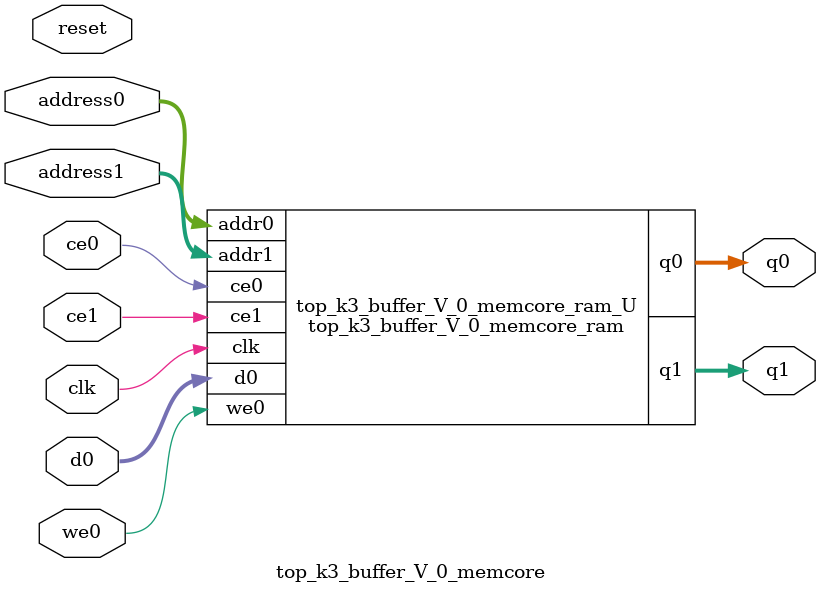
<source format=v>
`timescale 1 ns / 1 ps
module top_k3_buffer_V_0_memcore_ram (addr0, ce0, d0, we0, q0, addr1, ce1, q1,  clk);

parameter DWIDTH = 64;
parameter AWIDTH = 6;
parameter MEM_SIZE = 64;

input[AWIDTH-1:0] addr0;
input ce0;
input[DWIDTH-1:0] d0;
input we0;
output reg[DWIDTH-1:0] q0;
input[AWIDTH-1:0] addr1;
input ce1;
output reg[DWIDTH-1:0] q1;
input clk;

reg [DWIDTH-1:0] ram[0:MEM_SIZE-1];




always @(posedge clk)  
begin 
    if (ce0) begin
        if (we0) 
            ram[addr0] <= d0; 
        q0 <= ram[addr0];
    end
end


always @(posedge clk)  
begin 
    if (ce1) begin
        q1 <= ram[addr1];
    end
end


endmodule

`timescale 1 ns / 1 ps
module top_k3_buffer_V_0_memcore(
    reset,
    clk,
    address0,
    ce0,
    we0,
    d0,
    q0,
    address1,
    ce1,
    q1);

parameter DataWidth = 32'd64;
parameter AddressRange = 32'd64;
parameter AddressWidth = 32'd6;
input reset;
input clk;
input[AddressWidth - 1:0] address0;
input ce0;
input we0;
input[DataWidth - 1:0] d0;
output[DataWidth - 1:0] q0;
input[AddressWidth - 1:0] address1;
input ce1;
output[DataWidth - 1:0] q1;



top_k3_buffer_V_0_memcore_ram top_k3_buffer_V_0_memcore_ram_U(
    .clk( clk ),
    .addr0( address0 ),
    .ce0( ce0 ),
    .we0( we0 ),
    .d0( d0 ),
    .q0( q0 ),
    .addr1( address1 ),
    .ce1( ce1 ),
    .q1( q1 ));

endmodule


</source>
